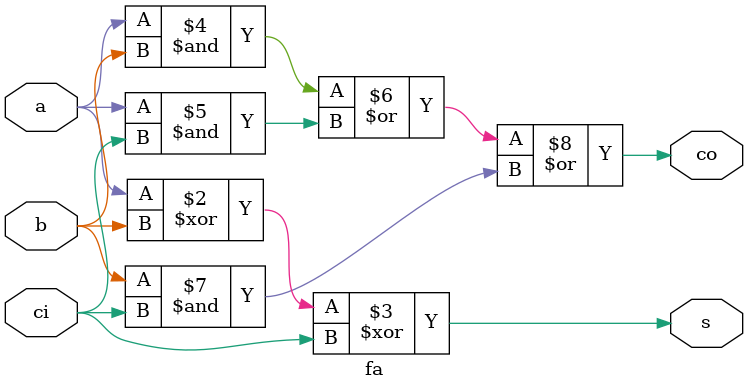
<source format=v>
module fa(a,b,ci,s,co) ;

input a,b,ci;
output s,co;
reg s,co;

always @(a or b or ci) begin
  s = a ^ b ^ ci;
  co = a & b | a & ci | b & ci;
end
endmodule
</source>
